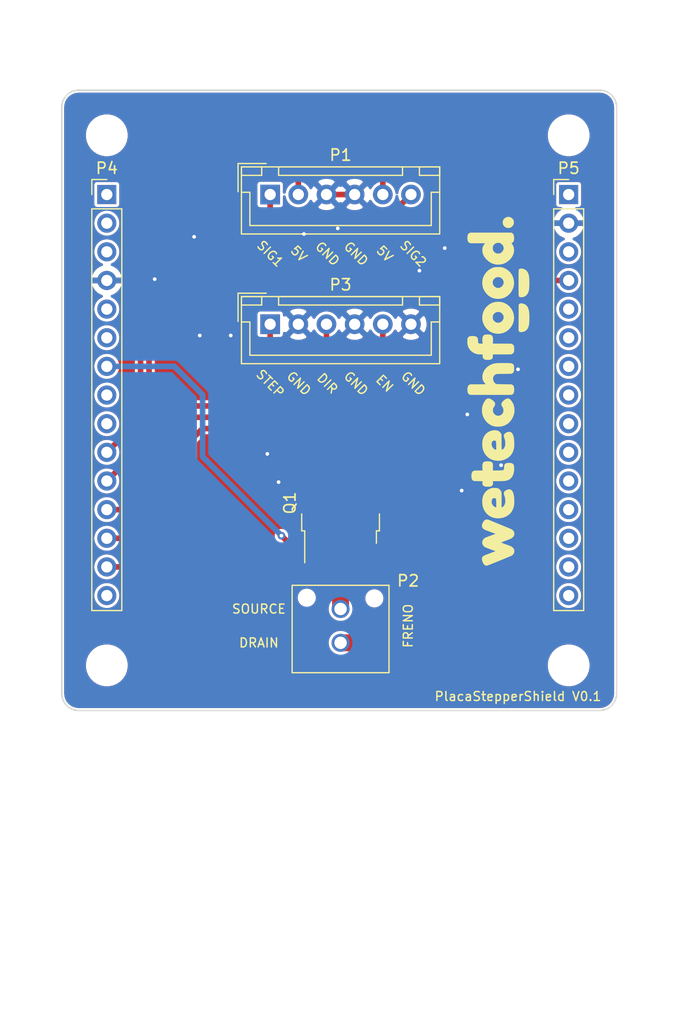
<source format=kicad_pcb>
(kicad_pcb (version 20171130) (host pcbnew 5.1.5+dfsg1-2build2)
  (layers (0 F.Cu signal) (31 B.Cu signal) (34 B.Paste user) (35 F.Paste user) (36 B.SilkS user) (37 F.SilkS user) (38 B.Mask user) (39 F.Mask user) (44 Edge.Cuts user))
  (net 0 "")
  (net 1 SIG1)
  (net 2 5V)
  (net 3 GND)
  (net 4 SIG2)
  (net 5 "Net-(P2-Pad1)")
  (net 6 "Net-(P2-Pad2)")
  (net 7 EN)
  (net 8 DIR)
  (net 9 STEP)
  (net 10 "Net-(P4-Pad15)")
  (net 11 "Net-(P4-Pad9)")
  (net 12 "Net-(P4-Pad8)")
  (net 13 FRENO)
  (net 14 "Net-(P4-Pad6)")
  (net 15 "Net-(P4-Pad5)")
  (net 16 "Net-(P4-Pad3)")
  (net 17 "Net-(P4-Pad2)")
  (net 18 "Net-(P4-Pad1)")
  (net 19 "Net-(P5-Pad1)")
  (net 20 "Net-(P5-Pad3)")
  (net 21 "Net-(P5-Pad5)")
  (net 22 "Net-(P5-Pad6)")
  (net 23 "Net-(P5-Pad7)")
  (net 24 "Net-(P5-Pad8)")
  (net 25 "Net-(P5-Pad9)")
  (net 26 "Net-(P5-Pad10)")
  (net 27 "Net-(P5-Pad11)")
  (net 28 "Net-(P5-Pad12)")
  (net 29 "Net-(P5-Pad13)")
  (net 30 "Net-(P5-Pad14)")
  (net 31 "Net-(P5-Pad15)")
  (module logos_frizzy:logoWTF_small (layer F.Cu) (at 163.5 80.75 90)
    (fp_text reference G*** hide)
    (fp_text value LOGO hide)
  )
  (module Mounting_Holes:MountingHole_3.2mm_M3 (layer F.Cu) (at 128.75 105)
    (fp_text reference REF** hide)
    (fp_text value MountingHole_3.2mm_M3)
    (pad 1 np_thru_hole circle (at 0 0) (size 3.2 3.2) (drill 3.2) (layers *.Cu *.Mask))
  )
  (module Mounting_Holes:MountingHole_3.2mm_M3 (layer F.Cu) (at 169.75 105)
    (fp_text reference REF** hide)
    (fp_text value MountingHole_3.2mm_M3)
    (pad 1 np_thru_hole circle (at 0 0) (size 3.2 3.2) (drill 3.2) (layers *.Cu *.Mask))
  )
  (module Mounting_Holes:MountingHole_3.2mm_M3 (layer F.Cu) (at 169.75 58)
    (fp_text reference REF** hide)
    (fp_text value MountingHole_3.2mm_M3)
    (pad 1 np_thru_hole circle (at 0 0) (size 3.2 3.2) (drill 3.2) (layers *.Cu *.Mask))
  )
  (module Mounting_Holes:MountingHole_3.2mm_M3 (layer F.Cu) (at 128.75 58)
    (fp_text reference REF** hide)
    (fp_text value MountingHole_3.2mm_M3)
    (pad 1 np_thru_hole circle (at 0 0) (size 3.2 3.2) (drill 3.2) (layers *.Cu *.Mask))
  )
  (module Connectors_JST:JST_XH_B06B-XH-A_06x2.50mm_Straight (layer F.Cu) (at 143.25 63.25)
    (fp_text reference P1 (at 6.25 -3.5) (layer F.SilkS))
    (fp_text value CONN_01X06)
    (pad 1 thru_hole rect (at 0 0) (size 1.75 1.75) (drill 1) (layers *.Cu *.Mask) (net 1 SIG1))
    (pad 2 thru_hole circle (at 2.5 0) (size 1.75 1.75) (drill 1) (layers *.Cu *.Mask) (net 2 5V))
    (pad 3 thru_hole circle (at 5 0) (size 1.75 1.75) (drill 1) (layers *.Cu *.Mask) (net 3 GND))
    (pad 4 thru_hole circle (at 7.5 0) (size 1.75 1.75) (drill 1) (layers *.Cu *.Mask) (net 3 GND))
    (pad 5 thru_hole circle (at 10 0) (size 1.75 1.75) (drill 1) (layers *.Cu *.Mask) (net 2 5V))
    (pad 6 thru_hole circle (at 12.5 0) (size 1.75 1.75) (drill 1) (layers *.Cu *.Mask) (net 4 SIG2))
  )
  (module Connectors_Molex:Molex_Microfit3_Header_02x01_Straight_43045-0228 (layer F.Cu) (at 149.5 103)
    (fp_text reference P2 (at 6 -5.5) (layer F.SilkS))
    (fp_text value FRENO)
    (pad "" np_thru_hole circle (at -3 -4) (size 1.1 1.1) (drill 1.1) (layers *.Cu *.Mask))
    (pad 1 thru_hole circle (at 0 0) (size 1.6 1.6) (drill 1.1) (layers *.Cu *.Mask) (net 5 "Net-(P2-Pad1)"))
    (pad 2 thru_hole circle (at 0 -3) (size 1.6 1.6) (drill 1.1) (layers *.Cu *.Mask) (net 6 "Net-(P2-Pad2)"))
    (pad "" np_thru_hole circle (at 3 -3.94) (size 1.1 1.1) (drill 1.1) (layers *.Cu *.Mask))
  )
  (module Connectors_JST:JST_XH_B06B-XH-A_06x2.50mm_Straight (layer F.Cu) (at 143.25 74.75)
    (fp_text reference P3 (at 6.25 -3.5) (layer F.SilkS))
    (fp_text value CONN_01X06)
    (pad 6 thru_hole circle (at 12.5 0) (size 1.75 1.75) (drill 1) (layers *.Cu *.Mask) (net 3 GND))
    (pad 5 thru_hole circle (at 10 0) (size 1.75 1.75) (drill 1) (layers *.Cu *.Mask) (net 7 EN))
    (pad 4 thru_hole circle (at 7.5 0) (size 1.75 1.75) (drill 1) (layers *.Cu *.Mask) (net 3 GND))
    (pad 3 thru_hole circle (at 5 0) (size 1.75 1.75) (drill 1) (layers *.Cu *.Mask) (net 8 DIR))
    (pad 2 thru_hole circle (at 2.5 0) (size 1.75 1.75) (drill 1) (layers *.Cu *.Mask) (net 3 GND))
    (pad 1 thru_hole rect (at 0 0) (size 1.75 1.75) (drill 1) (layers *.Cu *.Mask) (net 9 STEP))
  )
  (module Pin_Headers:Pin_Header_Straight_1x15_Pitch2.54mm (layer F.Cu) (at 128.75 63.25)
    (fp_text reference P4 (at 0 -2.33) (layer F.SilkS))
    (fp_text value HEADER1)
    (pad 15 thru_hole oval (at 0 35.56) (size 1.7 1.7) (drill 1) (layers *.Cu *.Mask) (net 10 "Net-(P4-Pad15)"))
    (pad 14 thru_hole oval (at 0 33.02) (size 1.7 1.7) (drill 1) (layers *.Cu *.Mask) (net 7 EN))
    (pad 13 thru_hole oval (at 0 30.48) (size 1.7 1.7) (drill 1) (layers *.Cu *.Mask) (net 8 DIR))
    (pad 12 thru_hole oval (at 0 27.94) (size 1.7 1.7) (drill 1) (layers *.Cu *.Mask) (net 9 STEP))
    (pad 11 thru_hole oval (at 0 25.4) (size 1.7 1.7) (drill 1) (layers *.Cu *.Mask) (net 4 SIG2))
    (pad 10 thru_hole oval (at 0 22.86) (size 1.7 1.7) (drill 1) (layers *.Cu *.Mask) (net 1 SIG1))
    (pad 9 thru_hole oval (at 0 20.32) (size 1.7 1.7) (drill 1) (layers *.Cu *.Mask) (net 11 "Net-(P4-Pad9)"))
    (pad 8 thru_hole oval (at 0 17.78) (size 1.7 1.7) (drill 1) (layers *.Cu *.Mask) (net 12 "Net-(P4-Pad8)"))
    (pad 7 thru_hole oval (at 0 15.24) (size 1.7 1.7) (drill 1) (layers *.Cu *.Mask) (net 13 FRENO))
    (pad 6 thru_hole oval (at 0 12.7) (size 1.7 1.7) (drill 1) (layers *.Cu *.Mask) (net 14 "Net-(P4-Pad6)"))
    (pad 5 thru_hole oval (at 0 10.16) (size 1.7 1.7) (drill 1) (layers *.Cu *.Mask) (net 15 "Net-(P4-Pad5)"))
    (pad 4 thru_hole oval (at 0 7.62) (size 1.7 1.7) (drill 1) (layers *.Cu *.Mask) (net 3 GND))
    (pad 3 thru_hole oval (at 0 5.08) (size 1.7 1.7) (drill 1) (layers *.Cu *.Mask) (net 16 "Net-(P4-Pad3)"))
    (pad 2 thru_hole oval (at 0 2.54) (size 1.7 1.7) (drill 1) (layers *.Cu *.Mask) (net 17 "Net-(P4-Pad2)"))
    (pad 1 thru_hole rect (at 0 0) (size 1.7 1.7) (drill 1) (layers *.Cu *.Mask) (net 18 "Net-(P4-Pad1)"))
  )
  (module Pin_Headers:Pin_Header_Straight_1x15_Pitch2.54mm (layer F.Cu) (at 169.75 63.25)
    (fp_text reference P5 (at 0 -2.33) (layer F.SilkS))
    (fp_text value HEADER2)
    (pad 1 thru_hole rect (at 0 0) (size 1.7 1.7) (drill 1) (layers *.Cu *.Mask) (net 19 "Net-(P5-Pad1)"))
    (pad 2 thru_hole oval (at 0 2.54) (size 1.7 1.7) (drill 1) (layers *.Cu *.Mask) (net 3 GND))
    (pad 3 thru_hole oval (at 0 5.08) (size 1.7 1.7) (drill 1) (layers *.Cu *.Mask) (net 20 "Net-(P5-Pad3)"))
    (pad 4 thru_hole oval (at 0 7.62) (size 1.7 1.7) (drill 1) (layers *.Cu *.Mask) (net 2 5V))
    (pad 5 thru_hole oval (at 0 10.16) (size 1.7 1.7) (drill 1) (layers *.Cu *.Mask) (net 21 "Net-(P5-Pad5)"))
    (pad 6 thru_hole oval (at 0 12.7) (size 1.7 1.7) (drill 1) (layers *.Cu *.Mask) (net 22 "Net-(P5-Pad6)"))
    (pad 7 thru_hole oval (at 0 15.24) (size 1.7 1.7) (drill 1) (layers *.Cu *.Mask) (net 23 "Net-(P5-Pad7)"))
    (pad 8 thru_hole oval (at 0 17.78) (size 1.7 1.7) (drill 1) (layers *.Cu *.Mask) (net 24 "Net-(P5-Pad8)"))
    (pad 9 thru_hole oval (at 0 20.32) (size 1.7 1.7) (drill 1) (layers *.Cu *.Mask) (net 25 "Net-(P5-Pad9)"))
    (pad 10 thru_hole oval (at 0 22.86) (size 1.7 1.7) (drill 1) (layers *.Cu *.Mask) (net 26 "Net-(P5-Pad10)"))
    (pad 11 thru_hole oval (at 0 25.4) (size 1.7 1.7) (drill 1) (layers *.Cu *.Mask) (net 27 "Net-(P5-Pad11)"))
    (pad 12 thru_hole oval (at 0 27.94) (size 1.7 1.7) (drill 1) (layers *.Cu *.Mask) (net 28 "Net-(P5-Pad12)"))
    (pad 13 thru_hole oval (at 0 30.48) (size 1.7 1.7) (drill 1) (layers *.Cu *.Mask) (net 29 "Net-(P5-Pad13)"))
    (pad 14 thru_hole oval (at 0 33.02) (size 1.7 1.7) (drill 1) (layers *.Cu *.Mask) (net 30 "Net-(P5-Pad14)"))
    (pad 15 thru_hole oval (at 0 35.56) (size 1.7 1.7) (drill 1) (layers *.Cu *.Mask) (net 31 "Net-(P5-Pad15)"))
  )
  (module TO_SOT_Packages_SMD:TO-252-2 (layer F.Cu) (at 149.5 90.6 90)
    (fp_text reference Q1 (at 0 -4.5 90) (layer F.SilkS))
    (fp_text value AOD4184A)
    (pad 1 smd rect (at -4.2 -2.28 90) (size 2.2 1.2) (layers F.Cu F.Paste F.Mask) (net 13 FRENO))
    (pad 3 smd rect (at -4.2 2.28 90) (size 2.2 1.2) (layers F.Cu F.Paste F.Mask) (net 5 "Net-(P2-Pad1)"))
    (pad 2 smd rect (at 2.1 0 90) (size 6.4 5.8) (layers F.Cu F.Mask) (net 6 "Net-(P2-Pad2)"))
    (pad 2 smd rect (at 3.775 1.525 90) (size 3.05 2.75) (layers F.Cu F.Paste) (net 6 "Net-(P2-Pad2)"))
    (pad 2 smd rect (at 0.425 -1.525 90) (size 3.05 2.75) (layers F.Cu F.Paste) (net 6 "Net-(P2-Pad2)"))
    (pad 2 smd rect (at 3.775 -1.525 90) (size 3.05 2.75) (layers F.Cu F.Paste) (net 6 "Net-(P2-Pad2)"))
    (pad 2 smd rect (at 0.425 1.525 90) (size 3.05 2.75) (layers F.Cu F.Paste) (net 6 "Net-(P2-Pad2)"))
  )
  (gr_text DRAIN (at 142.25 103) (layer F.SilkS) (effects (font (size 0.8 0.8) (thickness 0.127))))
  (gr_text SOURCE (at 142.25 100) (layer F.SilkS) (effects (font (size 0.8 0.8) (thickness 0.127))))
  (gr_text DIR (at 148.33 80 315) (layer F.SilkS) (effects (font (size 0.8 0.8) (thickness 0.127))))
  (gr_text GND (at 155.95 80 315) (layer F.SilkS) (effects (font (size 0.8 0.8) (thickness 0.127))))
  (gr_text GND (at 145.79 80 315) (layer F.SilkS) (effects (font (size 0.8 0.8) (thickness 0.127))))
  (gr_text GND (at 150.87 80 315) (layer F.SilkS) (effects (font (size 0.8 0.8) (thickness 0.127))))
  (gr_text STEP (at 143.25 80 315) (layer F.SilkS) (effects (font (size 0.8 0.8) (thickness 0.127))))
  (gr_text EN (at 153.41 80 315) (layer F.SilkS) (effects (font (size 0.8 0.8) (thickness 0.127))))
  (gr_text SIG2 (at 155.95 68.5 315) (layer F.SilkS) (effects (font (size 0.8 0.8) (thickness 0.127))))
  (gr_text 5V (at 153.41 68.5 315) (layer F.SilkS) (effects (font (size 0.8 0.8) (thickness 0.127))))
  (gr_text GND (at 150.87 68.5 315) (layer F.SilkS) (effects (font (size 0.8 0.8) (thickness 0.127))))
  (gr_text GND (at 148.33 68.5 315) (layer F.SilkS) (effects (font (size 0.8 0.8) (thickness 0.127))))
  (gr_text 5V (at 145.79 68.5 315) (layer F.SilkS) (effects (font (size 0.8 0.8) (thickness 0.127))))
  (gr_text SIG1 (at 143.25 68.5 315) (layer F.SilkS) (effects (font (size 0.8 0.8) (thickness 0.127))))
  (gr_text FRENO (at 155.5 101.5 90) (layer F.SilkS) (effects (font (size 0.8 0.8) (thickness 0.127))))
  (gr_text "PlacaStepperShield V0.1" (at 165.25 107.75) (layer F.SilkS) (effects (font (size 0.8 0.8) (thickness 0.127))))
  (gr_arc (start 126.25 107.5) (end 124.75 107.5) (angle -90) (layer Edge.Cuts) (width 0.127))
  (gr_arc (start 172.5 107.5) (end 172.5 109) (angle -90) (layer Edge.Cuts) (width 0.127))
  (gr_arc (start 172.5 55.5) (end 174 55.5) (angle -90) (layer Edge.Cuts) (width 0.127))
  (gr_arc (start 126.25 55.5) (end 126.25 54) (angle -90) (layer Edge.Cuts) (width 0.127))
  (gr_line (start 124.75 107.5) (end 124.75 55.5) (layer Edge.Cuts) (width 0.127))
  (gr_line (start 172.5 109) (end 126.25 109) (layer Edge.Cuts) (width 0.127))
  (gr_line (start 174 55.5) (end 174 107.5) (layer Edge.Cuts) (width 0.127))
  (gr_line (start 126.25 54) (end 172.5 54) (layer Edge.Cuts) (width 0.127))
  (segment (start 143.25 66.75) (end 143.25 63.25) (width 0.5) (layer F.Cu) (net 1))
  (segment (start 142.25 67.75) (end 143.25 66.75) (width 0.5) (layer F.Cu) (net 1))
  (segment (start 131.745989 76.254011) (end 140.25 67.75) (width 0.5) (layer F.Cu) (net 1))
  (segment (start 140.25 67.75) (end 142.25 67.75) (width 0.5) (layer F.Cu) (net 1))
  (segment (start 131.745989 83.114011) (end 131.745989 76.254011) (width 0.5) (layer F.Cu) (net 1))
  (segment (start 128.75 86.11) (end 131.745989 83.114011) (width 0.5) (layer F.Cu) (net 1))
  (segment (start 153.25 62) (end 153.25 63.25) (width 0.5) (layer F.Cu) (net 2))
  (segment (start 152.5 61.25) (end 153.25 62) (width 0.5) (layer F.Cu) (net 2))
  (segment (start 145.75 62.012564) (end 146.512564 61.25) (width 0.5) (layer F.Cu) (net 2))
  (segment (start 146.512564 61.25) (end 152.5 61.25) (width 0.5) (layer F.Cu) (net 2))
  (segment (start 145.75 63.25) (end 145.75 62.012564) (width 0.5) (layer F.Cu) (net 2))
  (segment (start 152.5 61.25) (end 160.75 61.25) (width 0.5) (layer F.Cu) (net 2))
  (segment (start 160.75 61.25) (end 162.25 62.75) (width 0.5) (layer F.Cu) (net 2))
  (segment (start 162.25 62.75) (end 162.25 69.5) (width 0.5) (layer F.Cu) (net 2))
  (segment (start 163.62 70.87) (end 169.75 70.87) (width 0.5) (layer F.Cu) (net 2))
  (segment (start 162.25 69.5) (end 163.62 70.87) (width 0.5) (layer F.Cu) (net 2))
  (segment (start 148.25 63.25) (end 150.75 63.25) (width 0.5) (layer F.Cu) (net 3))
  (via (at 133 70.75) (size 0.6858) (drill 0.3302) (layers F.Cu B.Cu) (net 3))
  (via (at 136.5 67) (size 0.6858) (drill 0.3302) (layers F.Cu B.Cu) (net 3))
  (via (at 146.25 66.75) (size 0.6858) (drill 0.3302) (layers F.Cu B.Cu) (net 3))
  (via (at 149.25 66.25) (size 0.6858) (drill 0.3302) (layers F.Cu B.Cu) (net 3))
  (via (at 137 75.75) (size 0.6858) (drill 0.3302) (layers F.Cu B.Cu) (net 3))
  (via (at 139.75 75.75) (size 0.6858) (drill 0.3302) (layers F.Cu B.Cu) (net 3))
  (via (at 143 86.25) (size 0.6858) (drill 0.3302) (layers F.Cu B.Cu) (net 3))
  (via (at 144 88.75) (size 0.6858) (drill 0.3302) (layers F.Cu B.Cu) (net 3))
  (via (at 160.75 82.75) (size 0.6858) (drill 0.3302) (layers F.Cu B.Cu) (net 3))
  (via (at 160.25 89.5) (size 0.6858) (drill 0.3302) (layers F.Cu B.Cu) (net 3))
  (via (at 163.75 87.25) (size 0.6858) (drill 0.3302) (layers F.Cu B.Cu) (net 3))
  (via (at 165.25 78.75) (size 0.6858) (drill 0.3302) (layers F.Cu B.Cu) (net 3))
  (via (at 156.5 70) (size 0.6858) (drill 0.3302) (layers F.Cu B.Cu) (net 3))
  (via (at 158.75 68) (size 0.6858) (drill 0.3302) (layers F.Cu B.Cu) (net 3))
  (segment (start 155.75 63.25) (end 150 69) (width 0.5) (layer F.Cu) (net 4))
  (segment (start 132.5 76.566332) (end 132.5 84.9) (width 0.5) (layer F.Cu) (net 4))
  (segment (start 150 69) (end 140.066332 69) (width 0.5) (layer F.Cu) (net 4))
  (segment (start 140.066332 69) (end 132.5 76.566332) (width 0.5) (layer F.Cu) (net 4))
  (segment (start 132.5 84.9) (end 129.599999 87.800001) (width 0.5) (layer F.Cu) (net 4))
  (segment (start 129.599999 87.800001) (end 128.75 88.65) (width 0.5) (layer F.Cu) (net 4))
  (segment (start 155.75 96.67) (end 155.75 101.75) (width 1.5) (layer F.Cu) (net 5))
  (segment (start 153.88 94.8) (end 155.75 96.67) (width 1.5) (layer F.Cu) (net 5))
  (segment (start 151.78 94.8) (end 153.88 94.8) (width 1.5) (layer F.Cu) (net 5))
  (segment (start 149.5 103) (end 154.5 103) (width 1.5) (layer F.Cu) (net 5))
  (segment (start 154.5 103) (end 155.75 101.75) (width 1.5) (layer F.Cu) (net 5))
  (segment (start 149.5 88.5) (end 149.5 100) (width 1.5) (layer F.Cu) (net 6))
  (segment (start 137.25 84) (end 136.25 85) (width 0.5) (layer F.Cu) (net 7))
  (segment (start 146.992798 84) (end 137.25 84) (width 0.5) (layer F.Cu) (net 7))
  (segment (start 133.48 96.27) (end 128.75 96.27) (width 0.5) (layer F.Cu) (net 7))
  (segment (start 136.25 85) (end 136.25 93.5) (width 0.5) (layer F.Cu) (net 7))
  (segment (start 148.492798 82.5) (end 146.992798 84) (width 0.5) (layer F.Cu) (net 7))
  (segment (start 151.75 82.5) (end 148.492798 82.5) (width 0.5) (layer F.Cu) (net 7))
  (segment (start 153.25 81) (end 151.75 82.5) (width 0.5) (layer F.Cu) (net 7))
  (segment (start 136.25 93.5) (end 133.48 96.27) (width 0.5) (layer F.Cu) (net 7))
  (segment (start 153.25 74.75) (end 153.25 81) (width 0.5) (layer F.Cu) (net 7))
  (segment (start 135.25 84.25) (end 135.25 92) (width 0.5) (layer F.Cu) (net 8))
  (segment (start 136.5 83) (end 135.25 84.25) (width 0.5) (layer F.Cu) (net 8))
  (segment (start 135.25 92) (end 133.52 93.73) (width 0.5) (layer F.Cu) (net 8))
  (segment (start 148.25 80.75) (end 146 83) (width 0.5) (layer F.Cu) (net 8))
  (segment (start 133.52 93.73) (end 128.75 93.73) (width 0.5) (layer F.Cu) (net 8))
  (segment (start 146 83) (end 136.5 83) (width 0.5) (layer F.Cu) (net 8))
  (segment (start 148.25 74.75) (end 148.25 80.75) (width 0.5) (layer F.Cu) (net 8))
  (segment (start 132.56 91.19) (end 128.75 91.19) (width 0.5) (layer F.Cu) (net 9))
  (segment (start 134.25 89.5) (end 132.56 91.19) (width 0.5) (layer F.Cu) (net 9))
  (segment (start 134.25 84) (end 134.25 89.5) (width 0.5) (layer F.Cu) (net 9))
  (segment (start 136.25 82) (end 134.25 84) (width 0.5) (layer F.Cu) (net 9))
  (segment (start 141.5 82) (end 136.25 82) (width 0.5) (layer F.Cu) (net 9))
  (segment (start 143.25 80.25) (end 141.5 82) (width 0.5) (layer F.Cu) (net 9))
  (segment (start 143.25 74.75) (end 143.25 80.25) (width 0.5) (layer F.Cu) (net 9))
  (via (at 144.25 93.5) (size 0.6858) (drill 0.3302) (layers F.Cu B.Cu) (net 13))
  (segment (start 145.55 94.8) (end 144.25 93.5) (width 0.5) (layer F.Cu) (net 13))
  (segment (start 147.22 94.8) (end 145.55 94.8) (width 0.5) (layer F.Cu) (net 13))
  (segment (start 128.75 78.49) (end 134.74 78.49) (width 0.5) (layer B.Cu) (net 13))
  (segment (start 137.25 81) (end 137.25 86.5) (width 0.5) (layer B.Cu) (net 13))
  (segment (start 134.74 78.49) (end 137.25 81) (width 0.5) (layer B.Cu) (net 13))
  (segment (start 144.25 93.5) (end 137.25 86.5) (width 0.5) (layer B.Cu) (net 13))
  (zone (net 3) (net_name GND) (layer F.Cu) (connect_pads (clearance 0.1524)) (min_thickness 0.254) (fill yes (arc_segments 32) (thermal_gap 0.508) (thermal_bridge_width 0.508))
    (polygon (pts (xy 174.25 109.25) (xy 124.75 109.25) (xy 124.75 54) (xy 174 54)))
  )
  (zone (net 3) (net_name GND) (layer B.Cu) (connect_pads (clearance 0.1524)) (min_thickness 0.254) (fill yes (arc_segments 32) (thermal_gap 0.508) (thermal_bridge_width 0.508))
    (polygon (pts (xy 174.25 109.25) (xy 124.75 109.25) (xy 124.75 54) (xy 174 54)))
  )
)
</source>
